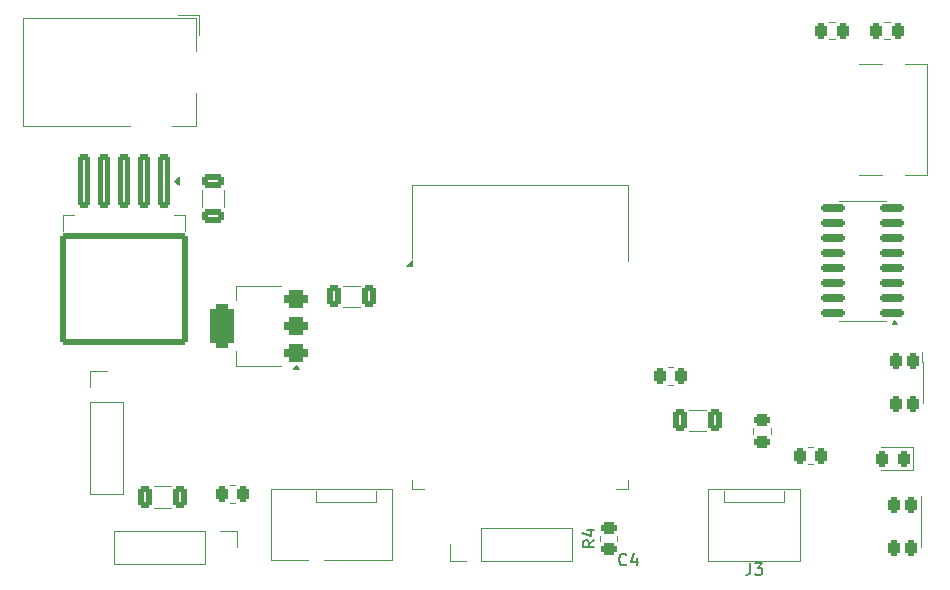
<source format=gbr>
%TF.GenerationSoftware,KiCad,Pcbnew,9.0.2*%
%TF.CreationDate,2025-07-02T17:03:22+05:30*%
%TF.ProjectId,ESP32-RoboCore V1,45535033-322d-4526-9f62-6f436f726520,rev?*%
%TF.SameCoordinates,Original*%
%TF.FileFunction,Legend,Top*%
%TF.FilePolarity,Positive*%
%FSLAX46Y46*%
G04 Gerber Fmt 4.6, Leading zero omitted, Abs format (unit mm)*
G04 Created by KiCad (PCBNEW 9.0.2) date 2025-07-02 17:03:22*
%MOMM*%
%LPD*%
G01*
G04 APERTURE LIST*
G04 Aperture macros list*
%AMRoundRect*
0 Rectangle with rounded corners*
0 $1 Rounding radius*
0 $2 $3 $4 $5 $6 $7 $8 $9 X,Y pos of 4 corners*
0 Add a 4 corners polygon primitive as box body*
4,1,4,$2,$3,$4,$5,$6,$7,$8,$9,$2,$3,0*
0 Add four circle primitives for the rounded corners*
1,1,$1+$1,$2,$3*
1,1,$1+$1,$4,$5*
1,1,$1+$1,$6,$7*
1,1,$1+$1,$8,$9*
0 Add four rect primitives between the rounded corners*
20,1,$1+$1,$2,$3,$4,$5,0*
20,1,$1+$1,$4,$5,$6,$7,0*
20,1,$1+$1,$6,$7,$8,$9,0*
20,1,$1+$1,$8,$9,$2,$3,0*%
G04 Aperture macros list end*
%ADD10C,0.150000*%
%ADD11C,0.120000*%
%ADD12C,0.600000*%
%ADD13R,4.200000X4.200000*%
%ADD14R,1.500000X0.900000*%
%ADD15R,0.900000X1.500000*%
%ADD16RoundRect,0.250000X-0.325000X-0.650000X0.325000X-0.650000X0.325000X0.650000X-0.325000X0.650000X0*%
%ADD17R,1.730000X2.030000*%
%ADD18O,1.730000X2.030000*%
%ADD19RoundRect,0.250000X0.262500X0.450000X-0.262500X0.450000X-0.262500X-0.450000X0.262500X-0.450000X0*%
%ADD20RoundRect,0.250000X-0.300000X2.050000X-0.300000X-2.050000X0.300000X-2.050000X0.300000X2.050000X0*%
%ADD21RoundRect,0.250002X-5.149998X4.449998X-5.149998X-4.449998X5.149998X-4.449998X5.149998X4.449998X0*%
%ADD22R,1.700000X1.700000*%
%ADD23C,1.700000*%
%ADD24RoundRect,0.250000X-0.262500X-0.450000X0.262500X-0.450000X0.262500X0.450000X-0.262500X0.450000X0*%
%ADD25C,0.700000*%
%ADD26RoundRect,0.250000X-0.275000X0.450000X-0.275000X-0.450000X0.275000X-0.450000X0.275000X0.450000X0*%
%ADD27RoundRect,0.150000X0.825000X0.150000X-0.825000X0.150000X-0.825000X-0.150000X0.825000X-0.150000X0*%
%ADD28RoundRect,0.243750X0.243750X0.456250X-0.243750X0.456250X-0.243750X-0.456250X0.243750X-0.456250X0*%
%ADD29RoundRect,0.250000X-0.450000X0.262500X-0.450000X-0.262500X0.450000X-0.262500X0.450000X0.262500X0*%
%ADD30C,0.650000*%
%ADD31R,1.450000X0.600000*%
%ADD32R,1.450000X0.300000*%
%ADD33O,2.100000X1.000000*%
%ADD34O,1.600000X1.000000*%
%ADD35R,2.600000X2.600000*%
%ADD36C,2.600000*%
%ADD37RoundRect,0.250000X-0.650000X0.325000X-0.650000X-0.325000X0.650000X-0.325000X0.650000X0.325000X0*%
%ADD38RoundRect,0.250000X0.450000X-0.262500X0.450000X0.262500X-0.450000X0.262500X-0.450000X-0.262500X0*%
%ADD39C,1.100000*%
%ADD40RoundRect,0.375000X0.625000X0.375000X-0.625000X0.375000X-0.625000X-0.375000X0.625000X-0.375000X0*%
%ADD41RoundRect,0.500000X0.500000X1.400000X-0.500000X1.400000X-0.500000X-1.400000X0.500000X-1.400000X0*%
G04 APERTURE END LIST*
D10*
X94758333Y-68197080D02*
X94710714Y-68244700D01*
X94710714Y-68244700D02*
X94567857Y-68292319D01*
X94567857Y-68292319D02*
X94472619Y-68292319D01*
X94472619Y-68292319D02*
X94329762Y-68244700D01*
X94329762Y-68244700D02*
X94234524Y-68149461D01*
X94234524Y-68149461D02*
X94186905Y-68054223D01*
X94186905Y-68054223D02*
X94139286Y-67863747D01*
X94139286Y-67863747D02*
X94139286Y-67720890D01*
X94139286Y-67720890D02*
X94186905Y-67530414D01*
X94186905Y-67530414D02*
X94234524Y-67435176D01*
X94234524Y-67435176D02*
X94329762Y-67339938D01*
X94329762Y-67339938D02*
X94472619Y-67292319D01*
X94472619Y-67292319D02*
X94567857Y-67292319D01*
X94567857Y-67292319D02*
X94710714Y-67339938D01*
X94710714Y-67339938D02*
X94758333Y-67387557D01*
X95615476Y-67625652D02*
X95615476Y-68292319D01*
X95377381Y-67244700D02*
X95139286Y-67958985D01*
X95139286Y-67958985D02*
X95758333Y-67958985D01*
X105246666Y-68104819D02*
X105246666Y-68819104D01*
X105246666Y-68819104D02*
X105199047Y-68961961D01*
X105199047Y-68961961D02*
X105103809Y-69057200D01*
X105103809Y-69057200D02*
X104960952Y-69104819D01*
X104960952Y-69104819D02*
X104865714Y-69104819D01*
X105627619Y-68104819D02*
X106246666Y-68104819D01*
X106246666Y-68104819D02*
X105913333Y-68485771D01*
X105913333Y-68485771D02*
X106056190Y-68485771D01*
X106056190Y-68485771D02*
X106151428Y-68533390D01*
X106151428Y-68533390D02*
X106199047Y-68581009D01*
X106199047Y-68581009D02*
X106246666Y-68676247D01*
X106246666Y-68676247D02*
X106246666Y-68914342D01*
X106246666Y-68914342D02*
X106199047Y-69009580D01*
X106199047Y-69009580D02*
X106151428Y-69057200D01*
X106151428Y-69057200D02*
X106056190Y-69104819D01*
X106056190Y-69104819D02*
X105770476Y-69104819D01*
X105770476Y-69104819D02*
X105675238Y-69057200D01*
X105675238Y-69057200D02*
X105627619Y-69009580D01*
X92054819Y-66166666D02*
X91578628Y-66499999D01*
X92054819Y-66738094D02*
X91054819Y-66738094D01*
X91054819Y-66738094D02*
X91054819Y-66357142D01*
X91054819Y-66357142D02*
X91102438Y-66261904D01*
X91102438Y-66261904D02*
X91150057Y-66214285D01*
X91150057Y-66214285D02*
X91245295Y-66166666D01*
X91245295Y-66166666D02*
X91388152Y-66166666D01*
X91388152Y-66166666D02*
X91483390Y-66214285D01*
X91483390Y-66214285D02*
X91531009Y-66261904D01*
X91531009Y-66261904D02*
X91578628Y-66357142D01*
X91578628Y-66357142D02*
X91578628Y-66738094D01*
X91388152Y-65309523D02*
X92054819Y-65309523D01*
X91007200Y-65547618D02*
X91721485Y-65785713D01*
X91721485Y-65785713D02*
X91721485Y-65166666D01*
D11*
%TO.C,U1*%
X76625000Y-42945000D02*
X76125000Y-42945000D01*
X76625000Y-42445000D01*
X76625000Y-42945000D01*
G36*
X76625000Y-42945000D02*
G01*
X76125000Y-42945000D01*
X76625000Y-42445000D01*
X76625000Y-42945000D01*
G37*
X94870000Y-61800000D02*
X93870000Y-61800000D01*
X94870000Y-61020000D02*
X94870000Y-61800000D01*
X94870000Y-36060000D02*
X94870000Y-42475000D01*
X76630000Y-61800000D02*
X77630000Y-61800000D01*
X76630000Y-61020000D02*
X76630000Y-61800000D01*
X76630000Y-36060000D02*
X94870000Y-36060000D01*
X76630000Y-36060000D02*
X76630000Y-42220000D01*
%TO.C,C4*%
X100038748Y-55090000D02*
X101461252Y-55090000D01*
X100038748Y-56910000D02*
X101461252Y-56910000D01*
%TO.C,J3*%
X101630000Y-61850000D02*
X109430000Y-61850000D01*
X101630000Y-67900000D02*
X101630000Y-61850000D01*
X103000000Y-62960000D02*
X103000000Y-61950000D01*
X108080000Y-61950000D02*
X108080000Y-62960000D01*
X108080000Y-62960000D02*
X103000000Y-62960000D01*
X109430000Y-61850000D02*
X109430000Y-67900000D01*
X109430000Y-67900000D02*
X101630000Y-67900000D01*
%TO.C,R6*%
X112389564Y-22265000D02*
X111935436Y-22265000D01*
X112389564Y-23735000D02*
X111935436Y-23735000D01*
%TO.C,U3*%
X47025000Y-38600000D02*
X47975000Y-38600000D01*
X47025000Y-39965000D02*
X47025000Y-38600000D01*
X57425000Y-38600000D02*
X56475000Y-38600000D01*
X57425000Y-39965000D02*
X57425000Y-38600000D01*
X56905000Y-36115000D02*
X56435000Y-35775000D01*
X56905000Y-35435000D01*
X56905000Y-36115000D01*
G36*
X56905000Y-36115000D02*
G01*
X56435000Y-35775000D01*
X56905000Y-35435000D01*
X56905000Y-36115000D01*
G37*
%TO.C,C3*%
X54763748Y-61590000D02*
X56186252Y-61590000D01*
X54763748Y-63410000D02*
X56186252Y-63410000D01*
%TO.C,J6*%
X51370000Y-65370000D02*
X51370000Y-68130000D01*
X59100000Y-65370000D02*
X51370000Y-65370000D01*
X59100000Y-65370000D02*
X59100000Y-68130000D01*
X59100000Y-68130000D02*
X51370000Y-68130000D01*
X60370000Y-65370000D02*
X61750000Y-65370000D01*
X61750000Y-65370000D02*
X61750000Y-66750000D01*
%TO.C,R2*%
X110110436Y-58265000D02*
X110564564Y-58265000D01*
X110110436Y-59735000D02*
X110564564Y-59735000D01*
%TO.C,SW2*%
X119660000Y-62450000D02*
X119660000Y-63250000D01*
X119700000Y-63250000D02*
X119660000Y-63250000D01*
X119700000Y-63250000D02*
X119700000Y-66750000D01*
%TO.C,U4*%
X114750000Y-37440000D02*
X112800000Y-37440000D01*
X114750000Y-37440000D02*
X116700000Y-37440000D01*
X114750000Y-47560000D02*
X112800000Y-47560000D01*
X114750000Y-47560000D02*
X116700000Y-47560000D01*
X117690000Y-47835000D02*
X117210000Y-47835000D01*
X117450000Y-47505000D01*
X117690000Y-47835000D01*
G36*
X117690000Y-47835000D02*
G01*
X117210000Y-47835000D01*
X117450000Y-47505000D01*
X117690000Y-47835000D01*
G37*
%TO.C,D2*%
X116312500Y-60210000D02*
X118997500Y-60210000D01*
X118997500Y-58290000D02*
X116312500Y-58290000D01*
X118997500Y-60210000D02*
X118997500Y-58290000D01*
%TO.C,R3*%
X105515000Y-56685436D02*
X105515000Y-57139564D01*
X106985000Y-56685436D02*
X106985000Y-57139564D01*
%TO.C,J1*%
X114410000Y-25800000D02*
X116410000Y-25800000D01*
X114410000Y-35200000D02*
X116410000Y-35200000D01*
X118310000Y-25800000D02*
X120210000Y-25800000D01*
X118310000Y-35200000D02*
X120210000Y-35200000D01*
X120210000Y-35200000D02*
X120210000Y-25800000D01*
%TO.C,J2*%
X43700000Y-21900000D02*
X58300000Y-21900000D01*
X43700000Y-31100000D02*
X43700000Y-21900000D01*
X52700000Y-31100000D02*
X43700000Y-31100000D01*
X56800000Y-21660000D02*
X58540000Y-21660000D01*
X58300000Y-21900000D02*
X58300000Y-24700000D01*
X58300000Y-28300000D02*
X58300000Y-31100000D01*
X58300000Y-31100000D02*
X56300000Y-31100000D01*
X58540000Y-21660000D02*
X58540000Y-23400000D01*
%TO.C,J5*%
X49370000Y-51830000D02*
X50750000Y-51830000D01*
X49370000Y-53210000D02*
X49370000Y-51830000D01*
X49370000Y-54480000D02*
X49370000Y-62210000D01*
X49370000Y-54480000D02*
X52130000Y-54480000D01*
X49370000Y-62210000D02*
X52130000Y-62210000D01*
X52130000Y-54480000D02*
X52130000Y-62210000D01*
%TO.C,R7*%
X116610436Y-22265000D02*
X117064564Y-22265000D01*
X116610436Y-23735000D02*
X117064564Y-23735000D01*
%TO.C,SW1*%
X119790000Y-50250000D02*
X119790000Y-51050000D01*
X119830000Y-51050000D02*
X119790000Y-51050000D01*
X119830000Y-51050000D02*
X119830000Y-54550000D01*
%TO.C,C1*%
X58840000Y-36513748D02*
X58840000Y-37936252D01*
X60660000Y-36513748D02*
X60660000Y-37936252D01*
%TO.C,R4*%
X92515000Y-66227064D02*
X92515000Y-65772936D01*
X93985000Y-66227064D02*
X93985000Y-65772936D01*
%TO.C,J4*%
X64630000Y-61850000D02*
X74930000Y-61850000D01*
X64630000Y-67800000D02*
X64630000Y-61850000D01*
X67830000Y-67800000D02*
X64630000Y-67800000D01*
X68500000Y-62960000D02*
X68500000Y-61950000D01*
X73580000Y-61950000D02*
X73580000Y-62960000D01*
X73580000Y-62960000D02*
X68500000Y-62960000D01*
X74930000Y-61850000D02*
X74930000Y-67850000D01*
X74930000Y-67850000D02*
X69180000Y-67850000D01*
%TO.C,J7*%
X79790000Y-67880000D02*
X79790000Y-66500000D01*
X81170000Y-67880000D02*
X79790000Y-67880000D01*
X82440000Y-65120000D02*
X90170000Y-65120000D01*
X82440000Y-67880000D02*
X82440000Y-65120000D01*
X82440000Y-67880000D02*
X90170000Y-67880000D01*
X90170000Y-67880000D02*
X90170000Y-65120000D01*
%TO.C,U2*%
X61740000Y-44590000D02*
X61740000Y-45850000D01*
X61740000Y-51410000D02*
X61740000Y-50150000D01*
X65500000Y-44590000D02*
X61740000Y-44590000D01*
X65500000Y-51410000D02*
X61740000Y-51410000D01*
X67020000Y-51640000D02*
X66540000Y-51640000D01*
X66780000Y-51310000D01*
X67020000Y-51640000D01*
G36*
X67020000Y-51640000D02*
G01*
X66540000Y-51640000D01*
X66780000Y-51310000D01*
X67020000Y-51640000D01*
G37*
%TO.C,C2*%
X70763748Y-44590000D02*
X72186252Y-44590000D01*
X70763748Y-46410000D02*
X72186252Y-46410000D01*
%TO.C,R1*%
X61185436Y-61515000D02*
X61639564Y-61515000D01*
X61185436Y-62985000D02*
X61639564Y-62985000D01*
%TO.C,R5*%
X98727064Y-51515000D02*
X98272936Y-51515000D01*
X98727064Y-52985000D02*
X98272936Y-52985000D01*
%TD*%
%LPC*%
D12*
%TO.C,U1*%
X86595000Y-51772500D03*
X86595000Y-50247500D03*
X85832500Y-52535000D03*
X85832500Y-51010000D03*
X85832500Y-49485000D03*
X85070000Y-51772500D03*
D13*
X85070000Y-51010000D03*
D12*
X85070000Y-50247500D03*
X84307500Y-52535000D03*
X84307500Y-51010000D03*
X84307500Y-49485000D03*
X83545000Y-51772500D03*
X83545000Y-50247500D03*
D14*
X94500000Y-43670000D03*
X94500000Y-44940000D03*
X94500000Y-46210000D03*
X94500000Y-47480000D03*
X94500000Y-48750000D03*
X94500000Y-50020000D03*
X94500000Y-51290000D03*
X94500000Y-52560000D03*
X94500000Y-53830000D03*
X94500000Y-55100000D03*
X94500000Y-56370000D03*
X94500000Y-57640000D03*
X94500000Y-58910000D03*
X94500000Y-60180000D03*
D15*
X91470000Y-61430000D03*
X90200000Y-61430000D03*
X88930000Y-61430000D03*
X87660000Y-61430000D03*
X86390000Y-61430000D03*
X85120000Y-61430000D03*
X83850000Y-61430000D03*
X82580000Y-61430000D03*
X81310000Y-61430000D03*
X80040000Y-61430000D03*
D14*
X77000000Y-60180000D03*
X77000000Y-58910000D03*
X77000000Y-57640000D03*
X77000000Y-56370000D03*
X77000000Y-55100000D03*
X77000000Y-53830000D03*
X77000000Y-52560000D03*
X77000000Y-51290000D03*
X77000000Y-50020000D03*
X77000000Y-48750000D03*
X77000000Y-47480000D03*
X77000000Y-46210000D03*
X77000000Y-44940000D03*
X77000000Y-43670000D03*
%TD*%
D16*
%TO.C,C4*%
X99275000Y-56000000D03*
X102225000Y-56000000D03*
%TD*%
D17*
%TO.C,J3*%
X108080000Y-65250000D03*
D18*
X105540000Y-65250000D03*
X103000000Y-65250000D03*
%TD*%
D19*
%TO.C,R6*%
X113075000Y-23000000D03*
X111250000Y-23000000D03*
%TD*%
D20*
%TO.C,U3*%
X55625000Y-35775000D03*
X53925000Y-35775000D03*
X52225000Y-35775000D03*
D21*
X52225000Y-44925000D03*
D20*
X50525000Y-35775000D03*
X48825000Y-35775000D03*
%TD*%
D16*
%TO.C,C3*%
X54000000Y-62500000D03*
X56950000Y-62500000D03*
%TD*%
D22*
%TO.C,J6*%
X60370000Y-66750000D03*
D23*
X57830000Y-66750000D03*
X55290000Y-66750000D03*
X52750000Y-66750000D03*
%TD*%
D24*
%TO.C,R2*%
X109425000Y-59000000D03*
X111250000Y-59000000D03*
%TD*%
D25*
%TO.C,SW2*%
X119050000Y-65000000D03*
X117250000Y-65000000D03*
D26*
X118870000Y-63200000D03*
X118870000Y-66800000D03*
X117430000Y-63200000D03*
X117430000Y-66800000D03*
%TD*%
D27*
%TO.C,U4*%
X117225000Y-46945000D03*
X117225000Y-45675000D03*
X117225000Y-44405000D03*
X117225000Y-43135000D03*
X117225000Y-41865000D03*
X117225000Y-40595000D03*
X117225000Y-39325000D03*
X117225000Y-38055000D03*
X112275000Y-38055000D03*
X112275000Y-39325000D03*
X112275000Y-40595000D03*
X112275000Y-41865000D03*
X112275000Y-43135000D03*
X112275000Y-44405000D03*
X112275000Y-45675000D03*
X112275000Y-46945000D03*
%TD*%
D28*
%TO.C,D2*%
X118250000Y-59250000D03*
X116375000Y-59250000D03*
%TD*%
D29*
%TO.C,R3*%
X106250000Y-56000000D03*
X106250000Y-57825000D03*
%TD*%
D30*
%TO.C,J1*%
X113710000Y-33390000D03*
X113710000Y-27610000D03*
D31*
X112265000Y-33750000D03*
X112265000Y-32950000D03*
D32*
X112265000Y-31750000D03*
X112265000Y-30750000D03*
X112265000Y-30250000D03*
X112265000Y-29250000D03*
D31*
X112265000Y-28050000D03*
X112265000Y-27250000D03*
X112265000Y-27250000D03*
X112265000Y-28050000D03*
D32*
X112265000Y-28750000D03*
X112265000Y-29750000D03*
X112265000Y-31250000D03*
X112265000Y-32250000D03*
D31*
X112265000Y-32950000D03*
X112265000Y-33750000D03*
D33*
X113180000Y-34820000D03*
D34*
X117360000Y-34820000D03*
D33*
X113180000Y-26180000D03*
D34*
X117360000Y-26180000D03*
%TD*%
D35*
%TO.C,J2*%
X57500000Y-26500000D03*
D36*
X51500000Y-26500000D03*
X54500000Y-31200000D03*
%TD*%
D22*
%TO.C,J5*%
X50750000Y-53210000D03*
D23*
X50750000Y-55750000D03*
X50750000Y-58290000D03*
X50750000Y-60830000D03*
%TD*%
D24*
%TO.C,R7*%
X115925000Y-23000000D03*
X117750000Y-23000000D03*
%TD*%
D25*
%TO.C,SW1*%
X119180000Y-52800000D03*
X117380000Y-52800000D03*
D26*
X119000000Y-51000000D03*
X119000000Y-54600000D03*
X117560000Y-51000000D03*
X117560000Y-54600000D03*
%TD*%
D37*
%TO.C,C1*%
X59750000Y-35750000D03*
X59750000Y-38700000D03*
%TD*%
D38*
%TO.C,R4*%
X93250000Y-66912500D03*
X93250000Y-65087500D03*
%TD*%
D39*
%TO.C,J4*%
X68500000Y-67410000D03*
D17*
X73580000Y-65250000D03*
D18*
X71040000Y-65250000D03*
X68500000Y-65250000D03*
X65960000Y-65250000D03*
%TD*%
D22*
%TO.C,J7*%
X81170000Y-66500000D03*
D23*
X83710000Y-66500000D03*
X86250000Y-66500000D03*
X88790000Y-66500000D03*
%TD*%
D40*
%TO.C,U2*%
X66800000Y-50300000D03*
X66800000Y-48000000D03*
D41*
X60500000Y-48000000D03*
D40*
X66800000Y-45700000D03*
%TD*%
D16*
%TO.C,C2*%
X70000000Y-45500000D03*
X72950000Y-45500000D03*
%TD*%
D24*
%TO.C,R1*%
X60500000Y-62250000D03*
X62325000Y-62250000D03*
%TD*%
D19*
%TO.C,R5*%
X99412500Y-52250000D03*
X97587500Y-52250000D03*
%TD*%
%LPD*%
M02*

</source>
